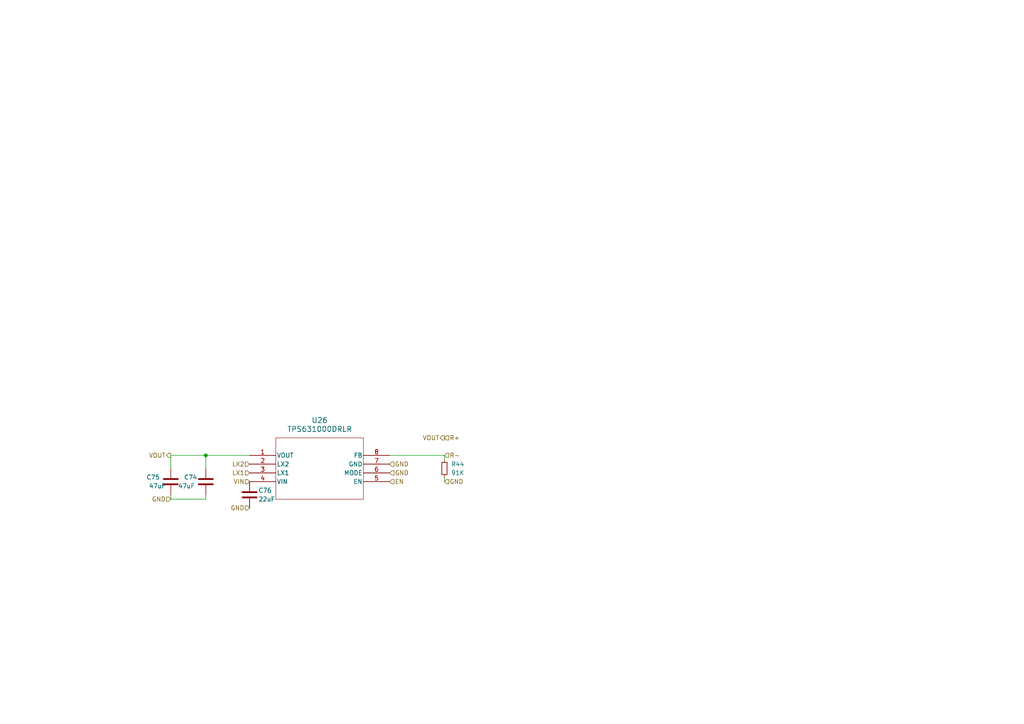
<source format=kicad_sch>
(kicad_sch (version 20250114) (generator "eeschema") (generator_version "9.0")
  (paper "A4")
  (lib_symbols
    (symbol "Common:TPS631000DRLR" (pin_names (offset 0.254))
      (property "Reference" "U" (at 20.32 10.16 0))
      (property "Value" "TPS631000DRLR" (at 20.32 7.62 0))
      (symbol "TPS631000DRLR_0_1"
        (polyline (pts (xy 7.62 5.08) (xy 7.62 -12.7)) (stroke (width 0.127)))
        (polyline (pts (xy 7.62 -12.7) (xy 33.02 -12.7)) (stroke (width 0.127)))
        (polyline (pts (xy 33.02 5.08) (xy 7.62 5.08)) (stroke (width 0.127)))
        (polyline (pts (xy 33.02 -12.7) (xy 33.02 5.08)) (stroke (width 0.127)))
        (pin power_in line (at 0 -7.62 0) (length 7.62) (name "VIN") (number "4"))
        (pin power_in line (at 40.64 -2.54 180) (length 7.62) (name "GND") (number "7"))
      )
      (symbol "TPS631000DRLR_1_1"
        (pin power_out line (at 0 0 0) (length 7.62) (name "VOUT") (number "1"))
        (pin passive line (at 0 -2.54 0) (length 7.62) (name "LX2") (number "2"))
        (pin passive line (at 0 -5.08 0) (length 7.62) (name "LX1") (number "3"))
        (pin passive line (at 40.64 0 180) (length 7.62) (name "FB") (number "8"))
        (pin passive line (at 40.64 -5.08 180) (length 7.62) (name "MODE") (number "6"))
        (pin passive line (at 40.64 -7.62 180) (length 7.62) (name "EN") (number "5"))
      )
    )
    (symbol "Device:C" (pin_numbers (hide yes)) (pin_names (offset 0.254))
      (property "Reference" "C" (at 0.635 2.54 0))
      (property "Value" "C" (at 0.635 -2.54 0))
      (symbol "C_0_1"
        (polyline (pts (xy -2.032 0.762) (xy 2.032 0.762)) (stroke (width 0.508)))
        (polyline (pts (xy -2.032 -0.762) (xy 2.032 -0.762)) (stroke (width 0.508)))
      )
      (symbol "C_1_1"
        (pin passive line (at 0 3.81 270) (length 2.794) (name "~") (number "1"))
        (pin passive line (at 0 -3.81 90) (length 2.794) (name "~") (number "2"))
      )
    )
    (symbol "Device:R_Small" (pin_numbers (hide yes)) (pin_names (offset 0.254) (hide yes))
      (property "Reference" "R" (at 0 0 90))
      (property "Value" "R_Small" (at 1.778 0 90))
      (symbol "R_Small_0_1"
        (rectangle (start -0.762 1.778) (end 0.762 -1.778) (stroke (width 0.2032)))
      )
      (symbol "R_Small_1_1"
        (pin passive line (at 0 2.54 270) (length 0.762) (name "~") (number "1"))
        (pin passive line (at 0 -2.54 90) (length 0.762) (name "~") (number "2"))
      )
    )
  )
  (junction (at 59.69 132.08))
  (wire (pts (xy 128.905 132.08) (xy 113.03 132.08)))
  (wire (pts (xy 49.53 135.89) (xy 49.53 132.08)))
  (wire (pts (xy 49.53 132.08) (xy 59.69 132.08)))
  (wire (pts (xy 128.905 139.7) (xy 128.905 138.43)))
  (wire (pts (xy 59.69 135.89) (xy 59.69 132.08)))
  (wire (pts (xy 59.69 132.08) (xy 72.39 132.08)))
  (wire (pts (xy 128.905 132.08) (xy 128.905 133.35)))
  (wire (pts (xy 49.53 144.78) (xy 49.53 143.51)))
  (wire (pts (xy 59.69 144.78) (xy 59.69 143.51)))
  (wire (pts (xy 59.69 144.78) (xy 49.53 144.78)))
  (hierarchical_label "GND" (shape input) (at 128.905 139.7 0))
  (hierarchical_label "GND" (shape input) (at 49.53 144.78 180))
  (hierarchical_label "GND" (shape input) (at 113.03 137.16 0))
  (hierarchical_label "R-" (shape input) (at 128.905 132.08 0))
  (hierarchical_label "GND" (shape input) (at 72.39 147.32 180))
  (hierarchical_label "VIN" (shape input) (at 72.39 139.7 180))
  (hierarchical_label "VOUT" (shape output) (at 49.53 132.08 180))
  (hierarchical_label "R+" (shape input) (at 128.905 127 0))
  (hierarchical_label "LX1" (shape input) (at 72.39 137.16 180))
  (hierarchical_label "GND" (shape input) (at 113.03 134.62 0))
  (hierarchical_label "EN" (shape input) (at 113.03 139.7 0))
  (hierarchical_label "LX2" (shape input) (at 72.39 134.62 180))
  (hierarchical_label "VOUT" (shape output) (at 128.905 127 180))
  (symbol (lib_id "Common:TPS631000DRLR") (at 72.39 132.08 0) (unit 1)
    (property "Reference" "U14" (at 92.71 121.92 0) (effects (font (size 1.524 1.524))))
    (property "Value" "TPS631000DRLR" (at 92.71 124.46 0) (effects (font (size 1.524 1.524))))
    (property "Footprint" "Common:TPS631000DRLR_TEX" (effects (hide yes)))
    (property "Datasheet" "https://www.ti.com/lit/ds/symlink/tps631000.pdf" (effects (hide yes)))
    (property "Description" "Non-Isolated PoL Module DC DC Converter 1 Output 1.2 ~ 5.3V 2A 1.6V - 5.5V Input" (effects (hide yes)))
    (property "Manufacturer" "TI" (effects (hide yes)))
    (property "Part Number" "TPS631000DRLR" (effects (hide yes)))
    (instances (project "EPS" (path "" (reference "U26") (unit 1)) (path "" (reference "U6") (unit 1)) (path "" (reference "U10") (unit 1)) (path "" (reference "U9") (unit 1))) (project "aux_board" (path "" (reference "U8") (unit 1)) (path "" (reference "U6") (unit 1)) (path "" (reference "U9") (unit 1)) (path "" (reference "U7") (unit 1))) (project "sci_board" (path "" (reference "U15") (unit 1)) (path "" (reference "U14") (unit 1))))
  )
  (symbol (lib_id "Device:R_Small") (at 128.905 135.89 0) (unit 1)
    (property "Reference" "R20" (at 130.81 134.62 0) (effects (justify left)))
    (property "Value" "91K" (at 130.81 137.16 0) (effects (justify left)))
    (property "Footprint" "Resistor_SMD:R_0402_1005Metric_Pad0.72x0.64mm_HandSolder" (effects (hide yes)))
    (property "Datasheet" "https://www.yageo.com/upload/media/product/app/datasheet/rchip/pyu-rt_1-to-0.01_rohs_l.pdf" (effects (hide yes)))
    (property "Description" "Resistor" (effects (hide yes)))
    (property "Tolerance" "1" (effects (hide yes)))
    (property "Manufacturer" "YAGEO" (effects (hide yes)))
    (property "Part Number" "RC0402FR-0791KL " (effects (hide yes)))
    (instances (project "EPS" (path "" (reference "R44") (unit 1)) (path "" (reference "R6") (unit 1)) (path "" (reference "R12") (unit 1)) (path "" (reference "R11") (unit 1))) (project "aux_board" (path "" (reference "R29") (unit 1)) (path "" (reference "R27") (unit 1)) (path "" (reference "R30") (unit 1)) (path "" (reference "R28") (unit 1))) (project "sci_board" (path "" (reference "R21") (unit 1)) (path "" (reference "R20") (unit 1))))
  )
  (symbol (lib_id "Device:C") (at 72.39 143.51 0) (unit 1)
    (property "Reference" "C67" (at 74.93 142.24 0) (effects (justify left)))
    (property "Value" "22uF" (at 74.93 144.78 0) (effects (justify left)))
    (property "Footprint" "Capacitor_SMD:C_0603_1608Metric_Pad1.08x0.95mm_HandSolder" (effects (hide yes)))
    (property "Datasheet" "https://search.murata.co.jp/Ceramy/image/img/A01X/G101/ENG/GRM188R61A226ME15-01.pdf" (effects (hide yes)))
    (property "Description" "Unpolarized capacitor" (effects (hide yes)))
    (property "Tolerance" "20" (effects (hide yes)))
    (property "Voltage" "10" (effects (hide yes)))
    (property "Temperture Coefficient" "X5R" (effects (hide yes)))
    (property "Manufacturer" "Murata" (effects (hide yes)))
    (property "Part Number" "GRM188R61A226ME15D" (effects (hide yes)))
    (instances (project "EPS" (path "" (reference "C76") (unit 1)) (path "" (reference "C34") (unit 1)) (path "" (reference "C48") (unit 1)) (path "" (reference "C45") (unit 1))) (project "aux_board" (path "" (reference "C41") (unit 1)) (path "" (reference "C35") (unit 1)) (path "" (reference "C44") (unit 1)) (path "" (reference "C38") (unit 1))) (project "sci_board" (path "" (reference "C71") (unit 1)) (path "" (reference "C67") (unit 1))))
  )
  (symbol (lib_id "Device:C") (at 49.53 139.7 0) (mirror y) (unit 1)
    (property "Reference" "C65" (at 53.34 138.4299 0) (effects (justify right)))
    (property "Value" "47uF" (at 43.18 140.97 0) (effects (justify right)))
    (property "Footprint" "Capacitor_SMD:C_0805_2012Metric_Pad1.18x1.45mm_HandSolder" (effects (hide yes)))
    (property "Datasheet" "https://mm.digikey.com/Volume0/opasdata/d220001/medias/docus/6223/Chip_Multilayer_CC_CAT_Rev21.pdf" (effects (hide yes)))
    (property "Description" "Unpolarized capacitor" (effects (hide yes)))
    (property "Tolerance" "20" (effects (hide yes)))
    (property "Voltage" "10" (effects (hide yes)))
    (property "Temperture Coefficient" "X5R" (effects (hide yes)))
    (property "Manufacturer" "Murata" (effects (hide yes)))
    (property "Part Number" "GRM21BR61A476ME15K" (effects (hide yes)))
    (instances (project "EPS" (path "" (reference "C74") (unit 1)) (path "" (reference "C32") (unit 1)) (path "" (reference "C46") (unit 1)) (path "" (reference "C43") (unit 1))) (project "aux_board" (path "" (reference "C39") (unit 1)) (path "" (reference "C33") (unit 1)) (path "" (reference "C42") (unit 1)) (path "" (reference "C36") (unit 1))) (project "sci_board" (path "" (reference "C69") (unit 1)) (path "" (reference "C65") (unit 1))))
  )
  (symbol (lib_id "Device:C") (at 59.69 139.7 0) (mirror y) (unit 1)
    (property "Reference" "C66" (at 46.355 138.43 0) (effects (justify left)))
    (property "Value" "47uF" (at 56.515 140.9699 0) (effects (justify left)))
    (property "Footprint" "Capacitor_SMD:C_0805_2012Metric_Pad1.18x1.45mm_HandSolder" (effects (hide yes)))
    (property "Datasheet" "https://mm.digikey.com/Volume0/opasdata/d220001/medias/docus/6223/Chip_Multilayer_CC_CAT_Rev21.pdf" (effects (hide yes)))
    (property "Description" "Unpolarized capacitor" (effects (hide yes)))
    (property "Tolerance" "20" (effects (hide yes)))
    (property "Voltage" "10" (effects (hide yes)))
    (property "Temperture Coefficient" "X5R" (effects (hide yes)))
    (property "Manufacturer" "Murata" (effects (hide yes)))
    (property "Part Number" "GRM21BR61A476ME15K" (effects (hide yes)))
    (instances (project "EPS" (path "" (reference "C75") (unit 1)) (path "" (reference "C33") (unit 1)) (path "" (reference "C47") (unit 1)) (path "" (reference "C44") (unit 1))) (project "aux_board" (path "" (reference "C40") (unit 1)) (path "" (reference "C34") (unit 1)) (path "" (reference "C43") (unit 1)) (path "" (reference "C37") (unit 1))) (project "sci_board" (path "" (reference "C70") (unit 1)) (path "" (reference "C66") (unit 1))))
  )
)
</source>
